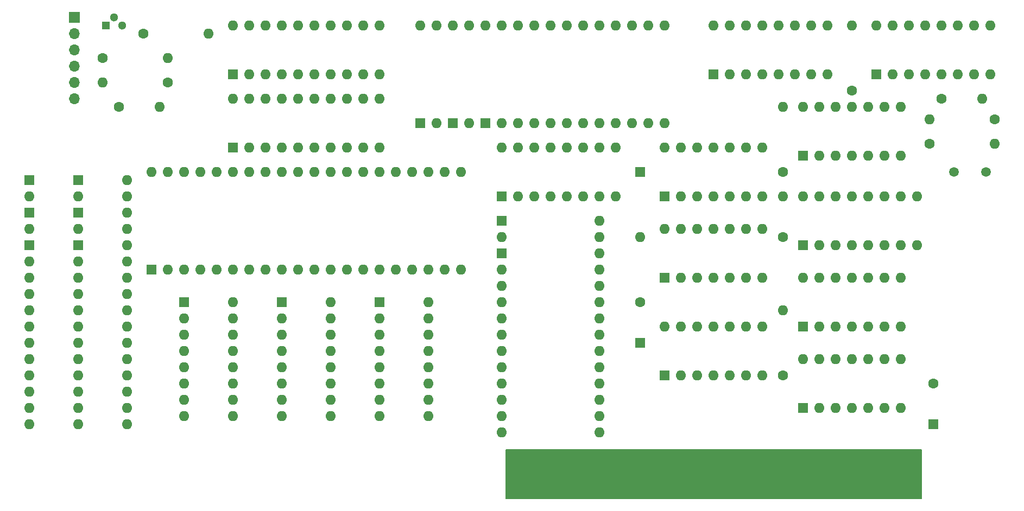
<source format=gbr>
G04 #@! TF.GenerationSoftware,KiCad,Pcbnew,(6.0.5-0)*
G04 #@! TF.CreationDate,2022-09-20T02:49:25-07:00*
G04 #@! TF.ProjectId,80ColumnCard,3830436f-6c75-46d6-9e43-6172642e6b69,rev?*
G04 #@! TF.SameCoordinates,Original*
G04 #@! TF.FileFunction,Soldermask,Bot*
G04 #@! TF.FilePolarity,Negative*
%FSLAX46Y46*%
G04 Gerber Fmt 4.6, Leading zero omitted, Abs format (unit mm)*
G04 Created by KiCad (PCBNEW (6.0.5-0)) date 2022-09-20 02:49:25*
%MOMM*%
%LPD*%
G01*
G04 APERTURE LIST*
G04 Aperture macros list*
%AMRoundRect*
0 Rectangle with rounded corners*
0 $1 Rounding radius*
0 $2 $3 $4 $5 $6 $7 $8 $9 X,Y pos of 4 corners*
0 Add a 4 corners polygon primitive as box body*
4,1,4,$2,$3,$4,$5,$6,$7,$8,$9,$2,$3,0*
0 Add four circle primitives for the rounded corners*
1,1,$1+$1,$2,$3*
1,1,$1+$1,$4,$5*
1,1,$1+$1,$6,$7*
1,1,$1+$1,$8,$9*
0 Add four rect primitives between the rounded corners*
20,1,$1+$1,$2,$3,$4,$5,0*
20,1,$1+$1,$4,$5,$6,$7,0*
20,1,$1+$1,$6,$7,$8,$9,0*
20,1,$1+$1,$8,$9,$2,$3,0*%
G04 Aperture macros list end*
%ADD10C,0.150000*%
%ADD11R,1.600000X1.600000*%
%ADD12O,1.600000X1.600000*%
%ADD13C,1.600000*%
%ADD14R,1.300000X1.300000*%
%ADD15C,1.300000*%
%ADD16R,1.700000X1.700000*%
%ADD17O,1.700000X1.700000*%
%ADD18C,1.500000*%
%ADD19RoundRect,0.317500X-0.317500X-3.365500X0.317500X-3.365500X0.317500X3.365500X-0.317500X3.365500X0*%
G04 APERTURE END LIST*
G04 #@! TO.C,J1*
G36*
X234315000Y-130937000D02*
G01*
X169545000Y-130937000D01*
X169545000Y-123317000D01*
X234315000Y-123317000D01*
X234315000Y-130937000D01*
G37*
D10*
X234315000Y-130937000D02*
X169545000Y-130937000D01*
X169545000Y-123317000D01*
X234315000Y-123317000D01*
X234315000Y-130937000D01*
G04 #@! TD*
D11*
G04 #@! TO.C,U10W28*
X95250000Y-86360000D03*
D12*
X95250000Y-88900000D03*
X95250000Y-91440000D03*
X95250000Y-93980000D03*
X95250000Y-96520000D03*
X95250000Y-99060000D03*
X95250000Y-101600000D03*
X95250000Y-104140000D03*
X95250000Y-106680000D03*
X95250000Y-109220000D03*
X95250000Y-111760000D03*
X95250000Y-114300000D03*
X95250000Y-116840000D03*
X95250000Y-119380000D03*
X110490000Y-119380000D03*
X110490000Y-116840000D03*
X110490000Y-114300000D03*
X110490000Y-111760000D03*
X110490000Y-109220000D03*
X110490000Y-106680000D03*
X110490000Y-104140000D03*
X110490000Y-101600000D03*
X110490000Y-99060000D03*
X110490000Y-96520000D03*
X110490000Y-93980000D03*
X110490000Y-91440000D03*
X110490000Y-88900000D03*
X110490000Y-86360000D03*
G04 #@! TD*
D11*
G04 #@! TO.C,U10W24*
X95250000Y-91440000D03*
D12*
X95250000Y-93980000D03*
X95250000Y-96520000D03*
X95250000Y-99060000D03*
X95250000Y-101600000D03*
X95250000Y-104140000D03*
X95250000Y-106680000D03*
X95250000Y-109220000D03*
X95250000Y-111760000D03*
X95250000Y-114300000D03*
X95250000Y-116840000D03*
X95250000Y-119380000D03*
X110490000Y-119380000D03*
X110490000Y-116840000D03*
X110490000Y-114300000D03*
X110490000Y-111760000D03*
X110490000Y-109220000D03*
X110490000Y-106680000D03*
X110490000Y-104140000D03*
X110490000Y-101600000D03*
X110490000Y-99060000D03*
X110490000Y-96520000D03*
X110490000Y-93980000D03*
X110490000Y-91440000D03*
G04 #@! TD*
D11*
G04 #@! TO.C,U10W32*
X95250000Y-81280000D03*
D12*
X95250000Y-83820000D03*
X95250000Y-86360000D03*
X95250000Y-88900000D03*
X95250000Y-91440000D03*
X95250000Y-93980000D03*
X95250000Y-96520000D03*
X95250000Y-99060000D03*
X95250000Y-101600000D03*
X95250000Y-104140000D03*
X95250000Y-106680000D03*
X95250000Y-109220000D03*
X95250000Y-111760000D03*
X95250000Y-114300000D03*
X95250000Y-116840000D03*
X95250000Y-119380000D03*
X110490000Y-119380000D03*
X110490000Y-116840000D03*
X110490000Y-114300000D03*
X110490000Y-111760000D03*
X110490000Y-109220000D03*
X110490000Y-106680000D03*
X110490000Y-104140000D03*
X110490000Y-101600000D03*
X110490000Y-99060000D03*
X110490000Y-96520000D03*
X110490000Y-93980000D03*
X110490000Y-91440000D03*
X110490000Y-88900000D03*
X110490000Y-86360000D03*
X110490000Y-83820000D03*
X110490000Y-81280000D03*
G04 #@! TD*
D11*
G04 #@! TO.C,U10N32*
X102870000Y-81280000D03*
D12*
X102870000Y-83820000D03*
X102870000Y-86360000D03*
X102870000Y-88900000D03*
X102870000Y-91440000D03*
X102870000Y-93980000D03*
X102870000Y-96520000D03*
X102870000Y-99060000D03*
X102870000Y-101600000D03*
X102870000Y-104140000D03*
X102870000Y-106680000D03*
X102870000Y-109220000D03*
X102870000Y-111760000D03*
X102870000Y-114300000D03*
X102870000Y-116840000D03*
X102870000Y-119380000D03*
X110490000Y-119380000D03*
X110490000Y-116840000D03*
X110490000Y-114300000D03*
X110490000Y-111760000D03*
X110490000Y-109220000D03*
X110490000Y-106680000D03*
X110490000Y-104140000D03*
X110490000Y-101600000D03*
X110490000Y-99060000D03*
X110490000Y-96520000D03*
X110490000Y-93980000D03*
X110490000Y-91440000D03*
X110490000Y-88900000D03*
X110490000Y-86360000D03*
X110490000Y-83820000D03*
X110490000Y-81280000D03*
G04 #@! TD*
D11*
G04 #@! TO.C,U14*
X119380000Y-100330000D03*
D12*
X119380000Y-102870000D03*
X119380000Y-105410000D03*
X119380000Y-107950000D03*
X119380000Y-110490000D03*
X119380000Y-113030000D03*
X119380000Y-115570000D03*
X119380000Y-118110000D03*
X127000000Y-118110000D03*
X127000000Y-115570000D03*
X127000000Y-113030000D03*
X127000000Y-110490000D03*
X127000000Y-107950000D03*
X127000000Y-105410000D03*
X127000000Y-102870000D03*
X127000000Y-100330000D03*
G04 #@! TD*
D13*
G04 #@! TO.C,C3*
X237490000Y-68580000D03*
D12*
X243840000Y-68580000D03*
G04 #@! TD*
D14*
G04 #@! TO.C,Q1*
X107188000Y-57150000D03*
D15*
X108458000Y-55880000D03*
X109728000Y-57150000D03*
G04 #@! TD*
D11*
G04 #@! TO.C,U21*
X201930000Y-64770000D03*
D12*
X204470000Y-64770000D03*
X207010000Y-64770000D03*
X209550000Y-64770000D03*
X212090000Y-64770000D03*
X214630000Y-64770000D03*
X217170000Y-64770000D03*
X219710000Y-64770000D03*
X219710000Y-57150000D03*
X217170000Y-57150000D03*
X214630000Y-57150000D03*
X212090000Y-57150000D03*
X209550000Y-57150000D03*
X207010000Y-57150000D03*
X204470000Y-57150000D03*
X201930000Y-57150000D03*
G04 #@! TD*
D11*
G04 #@! TO.C,U2*
X194310000Y-96520000D03*
D12*
X196850000Y-96520000D03*
X199390000Y-96520000D03*
X201930000Y-96520000D03*
X204470000Y-96520000D03*
X207010000Y-96520000D03*
X209550000Y-96520000D03*
X209550000Y-88900000D03*
X207010000Y-88900000D03*
X204470000Y-88900000D03*
X201930000Y-88900000D03*
X199390000Y-88900000D03*
X196850000Y-88900000D03*
X194310000Y-88900000D03*
G04 #@! TD*
D11*
G04 #@! TO.C,C4*
X236220000Y-119380000D03*
D13*
X236220000Y-113030000D03*
G04 #@! TD*
D11*
G04 #@! TO.C,U20*
X166370000Y-72390000D03*
D12*
X168910000Y-72390000D03*
X171450000Y-72390000D03*
X173990000Y-72390000D03*
X176530000Y-72390000D03*
X179070000Y-72390000D03*
X181610000Y-72390000D03*
X184150000Y-72390000D03*
X186690000Y-72390000D03*
X189230000Y-72390000D03*
X191770000Y-72390000D03*
X194310000Y-72390000D03*
X194310000Y-57150000D03*
X191770000Y-57150000D03*
X189230000Y-57150000D03*
X186690000Y-57150000D03*
X184150000Y-57150000D03*
X181610000Y-57150000D03*
X179070000Y-57150000D03*
X176530000Y-57150000D03*
X173990000Y-57150000D03*
X171450000Y-57150000D03*
X168910000Y-57150000D03*
X166370000Y-57150000D03*
G04 #@! TD*
D11*
G04 #@! TO.C,U4*
X215900000Y-77470000D03*
D12*
X218440000Y-77470000D03*
X220980000Y-77470000D03*
X223520000Y-77470000D03*
X226060000Y-77470000D03*
X228600000Y-77470000D03*
X231140000Y-77470000D03*
X231140000Y-69850000D03*
X228600000Y-69850000D03*
X226060000Y-69850000D03*
X223520000Y-69850000D03*
X220980000Y-69850000D03*
X218440000Y-69850000D03*
X215900000Y-69850000D03*
G04 #@! TD*
D11*
G04 #@! TO.C,U9*
X168910000Y-83820000D03*
D12*
X171450000Y-83820000D03*
X173990000Y-83820000D03*
X176530000Y-83820000D03*
X179070000Y-83820000D03*
X181610000Y-83820000D03*
X184150000Y-83820000D03*
X186690000Y-83820000D03*
X186690000Y-76200000D03*
X184150000Y-76200000D03*
X181610000Y-76200000D03*
X179070000Y-76200000D03*
X176530000Y-76200000D03*
X173990000Y-76200000D03*
X171450000Y-76200000D03*
X168910000Y-76200000D03*
G04 #@! TD*
D11*
G04 #@! TO.C,U20C1*
X156210000Y-72390000D03*
D12*
X158750000Y-72390000D03*
X161290000Y-72390000D03*
X163830000Y-72390000D03*
X166370000Y-72390000D03*
X168910000Y-72390000D03*
X171450000Y-72390000D03*
X173990000Y-72390000D03*
X176530000Y-72390000D03*
X179070000Y-72390000D03*
X181610000Y-72390000D03*
X184150000Y-72390000D03*
X186690000Y-72390000D03*
X189230000Y-72390000D03*
X191770000Y-72390000D03*
X194310000Y-72390000D03*
X194310000Y-57150000D03*
X191770000Y-57150000D03*
X189230000Y-57150000D03*
X186690000Y-57150000D03*
X184150000Y-57150000D03*
X181610000Y-57150000D03*
X179070000Y-57150000D03*
X176530000Y-57150000D03*
X173990000Y-57150000D03*
X171450000Y-57150000D03*
X168910000Y-57150000D03*
X166370000Y-57150000D03*
X163830000Y-57150000D03*
X161290000Y-57150000D03*
X158750000Y-57150000D03*
X156210000Y-57150000D03*
G04 #@! TD*
D11*
G04 #@! TO.C,U5*
X127000000Y-76200000D03*
D12*
X129540000Y-76200000D03*
X132080000Y-76200000D03*
X134620000Y-76200000D03*
X137160000Y-76200000D03*
X139700000Y-76200000D03*
X142240000Y-76200000D03*
X144780000Y-76200000D03*
X147320000Y-76200000D03*
X149860000Y-76200000D03*
X149860000Y-68580000D03*
X147320000Y-68580000D03*
X144780000Y-68580000D03*
X142240000Y-68580000D03*
X139700000Y-68580000D03*
X137160000Y-68580000D03*
X134620000Y-68580000D03*
X132080000Y-68580000D03*
X129540000Y-68580000D03*
X127000000Y-68580000D03*
G04 #@! TD*
D11*
G04 #@! TO.C,U3W28*
X168910000Y-87630000D03*
D12*
X168910000Y-90170000D03*
X168910000Y-92710000D03*
X168910000Y-95250000D03*
X168910000Y-97790000D03*
X168910000Y-100330000D03*
X168910000Y-102870000D03*
X168910000Y-105410000D03*
X168910000Y-107950000D03*
X168910000Y-110490000D03*
X168910000Y-113030000D03*
X168910000Y-115570000D03*
X168910000Y-118110000D03*
X168910000Y-120650000D03*
X184150000Y-120650000D03*
X184150000Y-118110000D03*
X184150000Y-115570000D03*
X184150000Y-113030000D03*
X184150000Y-110490000D03*
X184150000Y-107950000D03*
X184150000Y-105410000D03*
X184150000Y-102870000D03*
X184150000Y-100330000D03*
X184150000Y-97790000D03*
X184150000Y-95250000D03*
X184150000Y-92710000D03*
X184150000Y-90170000D03*
X184150000Y-87630000D03*
G04 #@! TD*
D13*
G04 #@! TO.C,R8*
X223520000Y-67310000D03*
D12*
X223520000Y-57150000D03*
G04 #@! TD*
D13*
G04 #@! TO.C,R10*
X212725000Y-80010000D03*
D12*
X212725000Y-69850000D03*
G04 #@! TD*
D11*
G04 #@! TO.C,U22*
X215900000Y-91440000D03*
D12*
X218440000Y-91440000D03*
X220980000Y-91440000D03*
X223520000Y-91440000D03*
X226060000Y-91440000D03*
X228600000Y-91440000D03*
X231140000Y-91440000D03*
X233680000Y-91440000D03*
X233680000Y-83820000D03*
X231140000Y-83820000D03*
X228600000Y-83820000D03*
X226060000Y-83820000D03*
X223520000Y-83820000D03*
X220980000Y-83820000D03*
X218440000Y-83820000D03*
X215900000Y-83820000D03*
G04 #@! TD*
D11*
G04 #@! TO.C,U15*
X134620000Y-100330000D03*
D12*
X134620000Y-102870000D03*
X134620000Y-105410000D03*
X134620000Y-107950000D03*
X134620000Y-110490000D03*
X134620000Y-113030000D03*
X134620000Y-115570000D03*
X134620000Y-118110000D03*
X142240000Y-118110000D03*
X142240000Y-115570000D03*
X142240000Y-113030000D03*
X142240000Y-110490000D03*
X142240000Y-107950000D03*
X142240000Y-105410000D03*
X142240000Y-102870000D03*
X142240000Y-100330000D03*
G04 #@! TD*
D11*
G04 #@! TO.C,U18*
X127000000Y-64770000D03*
D12*
X129540000Y-64770000D03*
X132080000Y-64770000D03*
X134620000Y-64770000D03*
X137160000Y-64770000D03*
X139700000Y-64770000D03*
X142240000Y-64770000D03*
X144780000Y-64770000D03*
X147320000Y-64770000D03*
X149860000Y-64770000D03*
X149860000Y-57150000D03*
X147320000Y-57150000D03*
X144780000Y-57150000D03*
X142240000Y-57150000D03*
X139700000Y-57150000D03*
X137160000Y-57150000D03*
X134620000Y-57150000D03*
X132080000Y-57150000D03*
X129540000Y-57150000D03*
X127000000Y-57150000D03*
G04 #@! TD*
D13*
G04 #@! TO.C,R2*
X235585000Y-75565000D03*
D12*
X245745000Y-75565000D03*
G04 #@! TD*
D11*
G04 #@! TO.C,CR1*
X190500000Y-80010000D03*
D12*
X190500000Y-90170000D03*
G04 #@! TD*
D13*
G04 #@! TO.C,R11*
X116840000Y-66040000D03*
D12*
X106680000Y-66040000D03*
G04 #@! TD*
D16*
G04 #@! TO.C,J2*
X102235000Y-55880000D03*
D17*
X102235000Y-58420000D03*
X102235000Y-60960000D03*
X102235000Y-63500000D03*
X102235000Y-66040000D03*
X102235000Y-68580000D03*
G04 #@! TD*
D11*
G04 #@! TO.C,C1*
X190500000Y-106680000D03*
D13*
X190500000Y-100330000D03*
G04 #@! TD*
G04 #@! TO.C,R1*
X245745000Y-71755000D03*
D12*
X235585000Y-71755000D03*
G04 #@! TD*
D11*
G04 #@! TO.C,U19*
X114300000Y-95250000D03*
D12*
X116840000Y-95250000D03*
X119380000Y-95250000D03*
X121920000Y-95250000D03*
X124460000Y-95250000D03*
X127000000Y-95250000D03*
X129540000Y-95250000D03*
X132080000Y-95250000D03*
X134620000Y-95250000D03*
X137160000Y-95250000D03*
X139700000Y-95250000D03*
X142240000Y-95250000D03*
X144780000Y-95250000D03*
X147320000Y-95250000D03*
X149860000Y-95250000D03*
X152400000Y-95250000D03*
X154940000Y-95250000D03*
X157480000Y-95250000D03*
X160020000Y-95250000D03*
X162560000Y-95250000D03*
X162560000Y-80010000D03*
X160020000Y-80010000D03*
X157480000Y-80010000D03*
X154940000Y-80010000D03*
X152400000Y-80010000D03*
X149860000Y-80010000D03*
X147320000Y-80010000D03*
X144780000Y-80010000D03*
X142240000Y-80010000D03*
X139700000Y-80010000D03*
X137160000Y-80010000D03*
X134620000Y-80010000D03*
X132080000Y-80010000D03*
X129540000Y-80010000D03*
X127000000Y-80010000D03*
X124460000Y-80010000D03*
X121920000Y-80010000D03*
X119380000Y-80010000D03*
X116840000Y-80010000D03*
X114300000Y-80010000D03*
G04 #@! TD*
D18*
G04 #@! TO.C,Y1*
X239395000Y-80010000D03*
X244422000Y-80010000D03*
G04 #@! TD*
D11*
G04 #@! TO.C,U1*
X215900000Y-116840000D03*
D12*
X218440000Y-116840000D03*
X220980000Y-116840000D03*
X223520000Y-116840000D03*
X226060000Y-116840000D03*
X228600000Y-116840000D03*
X231140000Y-116840000D03*
X231140000Y-109220000D03*
X228600000Y-109220000D03*
X226060000Y-109220000D03*
X223520000Y-109220000D03*
X220980000Y-109220000D03*
X218440000Y-109220000D03*
X215900000Y-109220000D03*
G04 #@! TD*
D13*
G04 #@! TO.C,C5*
X109220000Y-69850000D03*
D12*
X115570000Y-69850000D03*
G04 #@! TD*
D11*
G04 #@! TO.C,U7*
X194310000Y-111760000D03*
D12*
X196850000Y-111760000D03*
X199390000Y-111760000D03*
X201930000Y-111760000D03*
X204470000Y-111760000D03*
X207010000Y-111760000D03*
X209550000Y-111760000D03*
X209550000Y-104140000D03*
X207010000Y-104140000D03*
X204470000Y-104140000D03*
X201930000Y-104140000D03*
X199390000Y-104140000D03*
X196850000Y-104140000D03*
X194310000Y-104140000D03*
G04 #@! TD*
D11*
G04 #@! TO.C,U3*
X168910000Y-92710000D03*
D12*
X168910000Y-95250000D03*
X168910000Y-97790000D03*
X168910000Y-100330000D03*
X168910000Y-102870000D03*
X168910000Y-105410000D03*
X168910000Y-107950000D03*
X168910000Y-110490000D03*
X168910000Y-113030000D03*
X168910000Y-115570000D03*
X168910000Y-118110000D03*
X168910000Y-120650000D03*
X184150000Y-120650000D03*
X184150000Y-118110000D03*
X184150000Y-115570000D03*
X184150000Y-113030000D03*
X184150000Y-110490000D03*
X184150000Y-107950000D03*
X184150000Y-105410000D03*
X184150000Y-102870000D03*
X184150000Y-100330000D03*
X184150000Y-97790000D03*
X184150000Y-95250000D03*
X184150000Y-92710000D03*
G04 #@! TD*
D11*
G04 #@! TO.C,U8*
X215900000Y-104140000D03*
D12*
X218440000Y-104140000D03*
X220980000Y-104140000D03*
X223520000Y-104140000D03*
X226060000Y-104140000D03*
X228600000Y-104140000D03*
X231140000Y-104140000D03*
X231140000Y-96520000D03*
X228600000Y-96520000D03*
X226060000Y-96520000D03*
X223520000Y-96520000D03*
X220980000Y-96520000D03*
X218440000Y-96520000D03*
X215900000Y-96520000D03*
G04 #@! TD*
D11*
G04 #@! TO.C,U6*
X194310000Y-83820000D03*
D12*
X196850000Y-83820000D03*
X199390000Y-83820000D03*
X201930000Y-83820000D03*
X204470000Y-83820000D03*
X207010000Y-83820000D03*
X209550000Y-83820000D03*
X209550000Y-76200000D03*
X207010000Y-76200000D03*
X204470000Y-76200000D03*
X201930000Y-76200000D03*
X199390000Y-76200000D03*
X196850000Y-76200000D03*
X194310000Y-76200000D03*
G04 #@! TD*
G04 #@! TO.C,U16*
X157480000Y-100330000D03*
X157480000Y-102870000D03*
X157480000Y-105410000D03*
X157480000Y-107950000D03*
X157480000Y-110490000D03*
X157480000Y-113030000D03*
X157480000Y-115570000D03*
X157480000Y-118110000D03*
X149860000Y-118110000D03*
X149860000Y-115570000D03*
X149860000Y-113030000D03*
X149860000Y-110490000D03*
X149860000Y-107950000D03*
X149860000Y-105410000D03*
X149860000Y-102870000D03*
D11*
X149860000Y-100330000D03*
G04 #@! TD*
D13*
G04 #@! TO.C,C2*
X212725000Y-90170000D03*
D12*
X212725000Y-83820000D03*
G04 #@! TD*
D11*
G04 #@! TO.C,U10N28*
X102870000Y-86360000D03*
D12*
X102870000Y-88900000D03*
X102870000Y-91440000D03*
X102870000Y-93980000D03*
X102870000Y-96520000D03*
X102870000Y-99060000D03*
X102870000Y-101600000D03*
X102870000Y-104140000D03*
X102870000Y-106680000D03*
X102870000Y-109220000D03*
X102870000Y-111760000D03*
X102870000Y-114300000D03*
X102870000Y-116840000D03*
X102870000Y-119380000D03*
X110490000Y-119380000D03*
X110490000Y-116840000D03*
X110490000Y-114300000D03*
X110490000Y-111760000D03*
X110490000Y-109220000D03*
X110490000Y-106680000D03*
X110490000Y-104140000D03*
X110490000Y-101600000D03*
X110490000Y-99060000D03*
X110490000Y-96520000D03*
X110490000Y-93980000D03*
X110490000Y-91440000D03*
X110490000Y-88900000D03*
X110490000Y-86360000D03*
G04 #@! TD*
D11*
G04 #@! TO.C,U23*
X227330000Y-64770000D03*
D12*
X229870000Y-64770000D03*
X232410000Y-64770000D03*
X234950000Y-64770000D03*
X237490000Y-64770000D03*
X240030000Y-64770000D03*
X242570000Y-64770000D03*
X245110000Y-64770000D03*
X245110000Y-57150000D03*
X242570000Y-57150000D03*
X240030000Y-57150000D03*
X237490000Y-57150000D03*
X234950000Y-57150000D03*
X232410000Y-57150000D03*
X229870000Y-57150000D03*
X227330000Y-57150000D03*
G04 #@! TD*
D13*
G04 #@! TO.C,R9*
X212725000Y-111760000D03*
D12*
X212725000Y-101600000D03*
G04 #@! TD*
D19*
G04 #@! TO.C,J1*
X232410000Y-127000000D03*
X229870000Y-127000000D03*
X227330000Y-127000000D03*
X224790000Y-127000000D03*
X222250000Y-127000000D03*
X219710000Y-127000000D03*
X217170000Y-127000000D03*
X214630000Y-127000000D03*
X212090000Y-127000000D03*
X209550000Y-127000000D03*
X207010000Y-127000000D03*
X204470000Y-127000000D03*
X201930000Y-127000000D03*
X199390000Y-127000000D03*
X196850000Y-127000000D03*
X194310000Y-127000000D03*
X191770000Y-127000000D03*
X189230000Y-127000000D03*
X186690000Y-127000000D03*
X184150000Y-127000000D03*
X181610000Y-127000000D03*
X179070000Y-127000000D03*
X176530000Y-127000000D03*
X173990000Y-127000000D03*
X171450000Y-127000000D03*
G04 #@! TD*
D13*
G04 #@! TO.C,R12*
X106680000Y-62230000D03*
D12*
X116840000Y-62230000D03*
G04 #@! TD*
D13*
G04 #@! TO.C,R13*
X113030000Y-58420000D03*
D12*
X123190000Y-58420000D03*
G04 #@! TD*
D11*
G04 #@! TO.C,U10*
X102870000Y-91440000D03*
D12*
X102870000Y-93980000D03*
X102870000Y-96520000D03*
X102870000Y-99060000D03*
X102870000Y-101600000D03*
X102870000Y-104140000D03*
X102870000Y-106680000D03*
X102870000Y-109220000D03*
X102870000Y-111760000D03*
X102870000Y-114300000D03*
X102870000Y-116840000D03*
X102870000Y-119380000D03*
X110490000Y-119380000D03*
X110490000Y-116840000D03*
X110490000Y-114300000D03*
X110490000Y-111760000D03*
X110490000Y-109220000D03*
X110490000Y-106680000D03*
X110490000Y-104140000D03*
X110490000Y-101600000D03*
X110490000Y-99060000D03*
X110490000Y-96520000D03*
X110490000Y-93980000D03*
X110490000Y-91440000D03*
G04 #@! TD*
D11*
G04 #@! TO.C,U20B1*
X161290000Y-72390000D03*
D12*
X163830000Y-72390000D03*
X166370000Y-72390000D03*
X168910000Y-72390000D03*
X171450000Y-72390000D03*
X173990000Y-72390000D03*
X176530000Y-72390000D03*
X179070000Y-72390000D03*
X181610000Y-72390000D03*
X184150000Y-72390000D03*
X186690000Y-72390000D03*
X189230000Y-72390000D03*
X191770000Y-72390000D03*
X194310000Y-72390000D03*
X194310000Y-57150000D03*
X191770000Y-57150000D03*
X189230000Y-57150000D03*
X186690000Y-57150000D03*
X184150000Y-57150000D03*
X181610000Y-57150000D03*
X179070000Y-57150000D03*
X176530000Y-57150000D03*
X173990000Y-57150000D03*
X171450000Y-57150000D03*
X168910000Y-57150000D03*
X166370000Y-57150000D03*
X163830000Y-57150000D03*
X161290000Y-57150000D03*
G04 #@! TD*
M02*

</source>
